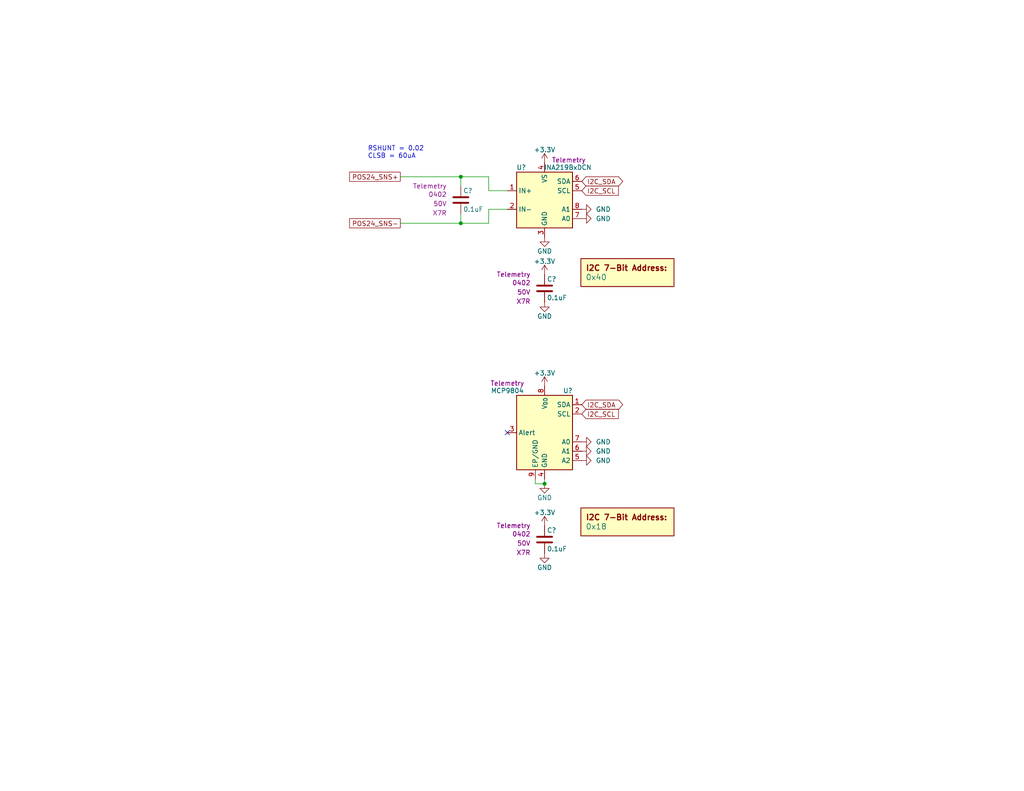
<source format=kicad_sch>
(kicad_sch (version 20230121) (generator eeschema)
  (paper "A")
  (title_block (date "2023-05-12") (rev "PRELIM") (company "Drew Maatman"))
  (lib_symbols
    (symbol "Analog_ADC:INA219BxDCN"
      (property "Reference" "U" (at -6.35 8.89 0))
      (property "Value" "Analog_ADC_INA219BxDCN" (at 6.35 8.89 0))
      (symbol "INA219BxDCN_0_1"
        (rectangle (start -7.62 7.62) (end 7.62 -7.62) (stroke (width 0.254)) (fill (type background)))
      )
      (symbol "INA219BxDCN_1_1"
        (pin input line (at -10.16 2.54 0) (length 2.54) (name "IN+") (number "1"))
        (pin input line (at -10.16 -2.54 0) (length 2.54) (name "IN-") (number "2"))
        (pin power_in line (at 0 -10.16 90) (length 2.54) (name "GND") (number "3"))
        (pin power_in line (at 0 10.16 270) (length 2.54) (name "VS") (number "4"))
        (pin input line (at 10.16 2.54 180) (length 2.54) (name "SCL") (number "5"))
        (pin bidirectional line (at 10.16 5.08 180) (length 2.54) (name "SDA") (number "6"))
        (pin input line (at 10.16 -5.08 180) (length 2.54) (name "A0") (number "7"))
        (pin input line (at 10.16 -2.54 180) (length 2.54) (name "A1") (number "8"))
      )
    )
    (symbol "Custom_Library:C_Custom" (pin_numbers hide) (pin_names (offset 0.254))
      (property "Reference" "C" (at 0.635 2.54 0))
      (property "Value" "Custom_Library_C_Custom" (at 0.635 -2.54 0))
      (property "display_footprint" "Foot" (at -3.81 2.54 0))
      (property "Voltage" "V" (at -3.81 0 0))
      (property "Dielectric" "Er" (at -3.81 -2.54 0))
      (symbol "C_Custom_0_1"
        (polyline (pts (xy -2.032 -0.762) (xy 2.032 -0.762)) (stroke (width 0.508)))
        (polyline (pts (xy -2.032 0.762) (xy 2.032 0.762)) (stroke (width 0.508)))
      )
      (symbol "C_Custom_1_1"
        (pin passive line (at 0 3.81 270) (length 2.794) (name "~") (number "1"))
        (pin passive line (at 0 -3.81 90) (length 2.794) (name "~") (number "2"))
      )
    )
    (symbol "Custom_Library:I2C_Address" (pin_names (offset 1.016))
      (property "Value" "Custom_Library_I2C_Address" (at -11.43 0 0))
      (symbol "I2C_Address_0_0"
        (rectangle (start -12.7 5.08) (end 12.7 -2.54) (stroke (width 0.254)) (fill (type background)))
        (text "I2C 7-Bit Address:" (at -11.43 2.54 0) (effects (font (size 1.524 1.524) bold) (justify left)))
      )
    )
    (symbol "Sensor_Temperature:MCP9804_DFN"
      (property "Reference" "U" (at -6.35 11.43 0))
      (property "Value" "MCP9804_DFN" (at 10.16 11.43 0))
      (symbol "MCP9804_DFN_0_1"
        (rectangle (start -7.62 10.16) (end 7.62 -10.16) (stroke (width 0.254)) (fill (type background)))
      )
      (symbol "MCP9804_DFN_1_1"
        (pin bidirectional line (at -10.16 7.62 0) (length 2.54) (name "SDA") (number "1"))
        (pin input line (at -10.16 5.08 0) (length 2.54) (name "SCL") (number "2"))
        (pin output line (at 10.16 0 180) (length 2.54) (name "Alert") (number "3"))
        (pin power_in line (at 0 -12.7 90) (length 2.54) (name "GND") (number "4"))
        (pin input line (at -10.16 -7.62 0) (length 2.54) (name "A2") (number "5"))
        (pin input line (at -10.16 -5.08 0) (length 2.54) (name "A1") (number "6"))
        (pin input line (at -10.16 -2.54 0) (length 2.54) (name "A0") (number "7"))
        (pin power_in line (at 0 12.7 270) (length 2.54) (name "V_{DD}") (number "8"))
        (pin power_in line (at 2.54 -12.7 90) (length 2.54) (name "EP/GND") (number "9"))
      )
    )
    (symbol "power:+3.3V" (power) (pin_names (offset 0))
      (property "Value" "+3.3V" (at 0 3.556 0))
      (symbol "+3.3V_0_1"
        (polyline (pts (xy -0.762 1.27) (xy 0 2.54)))
        (polyline (pts (xy 0 0) (xy 0 2.54)))
        (polyline (pts (xy 0 2.54) (xy 0.762 1.27)))
      )
      (symbol "+3.3V_1_1"
        (pin power_in line (at 0 0 90) (length 0) hide (name "+3.3V") (number "1"))
      )
    )
    (symbol "power:GND" (power) (pin_names (offset 0))
      (property "Value" "GND" (at 0 -3.81 0))
      (symbol "GND_0_1"
        (polyline (pts (xy 0 0) (xy 0 -1.27) (xy 1.27 -1.27) (xy 0 -2.54) (xy -1.27 -1.27) (xy 0 -1.27)))
      )
      (symbol "GND_1_1"
        (pin power_in line (at 0 0 270) (length 0) hide (name "GND") (number "1"))
      )
    )
  )
  (junction (at 125.73 60.96))
  (junction (at 148.59 132.08))
  (junction (at 125.73 48.26))
  (no_connect (at 138.43 118.11))
  (wire (pts (xy 109.22 60.96) (xy 125.73 60.96)))
  (wire (pts (xy 125.73 50.8) (xy 125.73 48.26)))
  (wire (pts (xy 138.43 52.07) (xy 133.35 52.07)))
  (wire (pts (xy 133.35 52.07) (xy 133.35 48.26)))
  (wire (pts (xy 133.35 60.96) (xy 125.73 60.96)))
  (wire (pts (xy 125.73 58.42) (xy 125.73 60.96)))
  (wire (pts (xy 148.59 132.08) (xy 148.59 130.81)))
  (wire (pts (xy 148.59 132.08) (xy 146.05 132.08)))
  (wire (pts (xy 138.43 57.15) (xy 133.35 57.15)))
  (wire (pts (xy 146.05 132.08) (xy 146.05 130.81)))
  (wire (pts (xy 133.35 48.26) (xy 125.73 48.26)))
  (wire (pts (xy 109.22 48.26) (xy 125.73 48.26)))
  (wire (pts (xy 133.35 57.15) (xy 133.35 60.96)))
  (text "RSHUNT = 0.02\nCLSB = 60uA" (at 100.33 43.434 0) (effects (font (size 1.27 1.27)) (justify left bottom)))
  (global_label "I2C_SDA" (shape bidirectional) (at 158.75 49.53 0) (property "Intersheetrefs" "${INTERSHEET_REFS}" (effects hide)))
  (global_label "POS24_SNS+" (shape passive) (at 109.22 48.26 180) (property "Intersheetrefs" "${INTERSHEET_REFS}" (effects hide)))
  (global_label "POS24_SNS-" (shape passive) (at 109.22 60.96 180) (property "Intersheetrefs" "${INTERSHEET_REFS}" (effects hide)))
  (global_label "I2C_SDA" (shape bidirectional) (at 158.75 110.49 0) (property "Intersheetrefs" "${INTERSHEET_REFS}" (effects hide)))
  (global_label "I2C_SCL" (shape input) (at 158.75 113.03 0) (property "Intersheetrefs" "${INTERSHEET_REFS}" (effects hide)))
  (global_label "I2C_SCL" (shape input) (at 158.75 52.07 0) (property "Intersheetrefs" "${INTERSHEET_REFS}" (effects hide)))
  (symbol (lib_id "power:+3.3V") (at 148.59 143.51 0) (unit 1)
    (property "Reference" "#PWR?" (effects hide))
    (property "Value" "+3.3V" (at 148.59 139.954 0))
  )
  (symbol (lib_id "Sensor_Temperature:MCP9804_DFN") (at 148.59 118.11 0) (mirror y) (unit 1)
    (property "Reference" "U?" (at 154.94 106.68 0))
    (property "Value" "MCP9804" (at 138.43 106.68 0))
    (property "Footprint" "Package_DFN_QFN:DFN-8-1EP_3x2mm_P0.5mm_EP1.3x1.5mm" (effects hide))
    (property "Datasheet" "http://ww1.microchip.com/downloads/en/DeviceDoc/22203b.pdf" (effects hide))
    (property "Digi-Key PN" "MCP9804T-E/MCCT-ND" (effects hide))
    (property "Configuration" "Telemetry" (at 138.43 104.648 0))
  )
  (symbol (lib_id "Custom_Library:C_Custom") (at 148.59 78.74 0) (unit 1)
    (property "Reference" "C?" (at 149.225 76.2 0) (effects (justify left)))
    (property "Value" "0.1uF" (at 149.225 81.28 0) (effects (justify left)))
    (property "Footprint" "Capacitors_SMD:C_0402" (effects hide))
    (property "display_footprint" "0402" (at 144.78 77.216 0) (effects (justify right)))
    (property "Voltage" "50V" (at 144.78 79.756 0) (effects (justify right)))
    (property "Dielectric" "X7R" (at 144.78 82.296 0) (effects (justify right)))
    (property "Configuration" "Telemetry" (at 144.78 74.93 0) (effects (justify right)))
    (property "Digi-Key PN" "490-10698-1-ND" (effects hide))
  )
  (symbol (lib_id "power:+3.3V") (at 148.59 44.45 0) (unit 1)
    (property "Reference" "#PWR?" (effects hide))
    (property "Value" "+3.3V" (at 148.59 40.894 0))
  )
  (symbol (lib_id "power:GND") (at 158.75 125.73 90) (mirror x) (unit 1)
    (property "Reference" "#PWR?" (effects hide))
    (property "Value" "GND" (at 162.56 125.73 90) (effects (justify right)))
  )
  (symbol (lib_id "power:GND") (at 148.59 82.55 0) (unit 1)
    (property "Reference" "#PWR?" (effects hide))
    (property "Value" "GND" (at 148.59 86.36 0))
  )
  (symbol (lib_id "Custom_Library:I2C_Address") (at 171.196 75.692 0) (unit 1)
    (property "Reference" "DOC?" (effects hide))
    (property "Value" "0x40" (at 159.766 75.692 0) (effects (font (size 1.524 1.524)) (justify left)))
  )
  (symbol (lib_id "Custom_Library:C_Custom") (at 148.59 147.32 0) (unit 1)
    (property "Reference" "C?" (at 149.225 144.78 0) (effects (justify left)))
    (property "Value" "0.1uF" (at 149.225 149.86 0) (effects (justify left)))
    (property "Footprint" "Capacitors_SMD:C_0402" (effects hide))
    (property "display_footprint" "0402" (at 144.78 145.796 0) (effects (justify right)))
    (property "Voltage" "50V" (at 144.78 148.336 0) (effects (justify right)))
    (property "Dielectric" "X7R" (at 144.78 150.876 0) (effects (justify right)))
    (property "Configuration" "Telemetry" (at 144.78 143.51 0) (effects (justify right)))
    (property "Digi-Key PN" "490-10698-1-ND" (effects hide))
  )
  (symbol (lib_id "power:GND") (at 148.59 64.77 0) (unit 1)
    (property "Reference" "#PWR?" (effects hide))
    (property "Value" "GND" (at 148.59 68.58 0))
  )
  (symbol (lib_id "power:GND") (at 158.75 123.19 90) (mirror x) (unit 1)
    (property "Reference" "#PWR?" (effects hide))
    (property "Value" "GND" (at 162.56 123.19 90) (effects (justify right)))
  )
  (symbol (lib_id "power:+3.3V") (at 148.59 105.41 0) (mirror y) (unit 1)
    (property "Reference" "#PWR?" (effects hide))
    (property "Value" "+3.3V" (at 148.59 101.854 0))
  )
  (symbol (lib_id "power:GND") (at 158.75 59.69 90) (mirror x) (unit 1)
    (property "Reference" "#PWR?" (effects hide))
    (property "Value" "GND" (at 162.56 59.69 90) (effects (justify right)))
  )
  (symbol (lib_id "power:GND") (at 148.59 132.08 0) (mirror y) (unit 1)
    (property "Reference" "#PWR?" (effects hide))
    (property "Value" "GND" (at 148.59 135.89 0))
  )
  (symbol (lib_id "power:GND") (at 158.75 57.15 90) (mirror x) (unit 1)
    (property "Reference" "#PWR?" (effects hide))
    (property "Value" "GND" (at 162.56 57.15 90) (effects (justify right)))
  )
  (symbol (lib_id "Custom_Library:I2C_Address") (at 171.196 143.764 0) (unit 1)
    (property "Reference" "DOC?" (effects hide))
    (property "Value" "0x18" (at 159.766 143.764 0) (effects (font (size 1.524 1.524)) (justify left)))
  )
  (symbol (lib_id "Analog_ADC:INA219BxDCN") (at 148.59 54.61 0) (unit 1)
    (property "Reference" "U?" (at 142.24 45.72 0))
    (property "Value" "INA219BxDCN" (at 154.94 45.72 0))
    (property "Footprint" "Package_TO_SOT_SMD:SOT-23-8" (effects hide))
    (property "Datasheet" "http://www.ti.com/lit/ds/symlink/ina219.pdf" (effects hide))
    (property "Digi-Key PN" "296-46420-1-ND" (effects hide))
    (property "Configuration" "Telemetry" (at 155.194 43.688 0))
  )
  (symbol (lib_id "Custom_Library:C_Custom") (at 125.73 54.61 0) (unit 1)
    (property "Reference" "C?" (at 126.365 52.07 0) (effects (justify left)))
    (property "Value" "0.1uF" (at 126.365 57.15 0) (effects (justify left)))
    (property "Footprint" "Capacitors_SMD:C_0402" (effects hide))
    (property "display_footprint" "0402" (at 121.92 53.086 0) (effects (justify right)))
    (property "Voltage" "50V" (at 121.92 55.626 0) (effects (justify right)))
    (property "Dielectric" "X7R" (at 121.92 58.166 0) (effects (justify right)))
    (property "Configuration" "Telemetry" (at 121.92 50.8 0) (effects (justify right)))
    (property "Digi-Key PN" "490-10698-1-ND" (effects hide))
  )
  (symbol (lib_id "power:GND") (at 148.59 151.13 0) (unit 1)
    (property "Reference" "#PWR?" (effects hide))
    (property "Value" "GND" (at 148.59 154.94 0))
  )
  (symbol (lib_id "power:GND") (at 158.75 120.65 90) (mirror x) (unit 1)
    (property "Reference" "#PWR?" (effects hide))
    (property "Value" "GND" (at 162.56 120.65 90) (effects (justify right)))
  )
  (symbol (lib_id "power:+3.3V") (at 148.59 74.93 0) (unit 1)
    (property "Reference" "#PWR?" (effects hide))
    (property "Value" "+3.3V" (at 148.59 71.374 0))
  )
)
</source>
